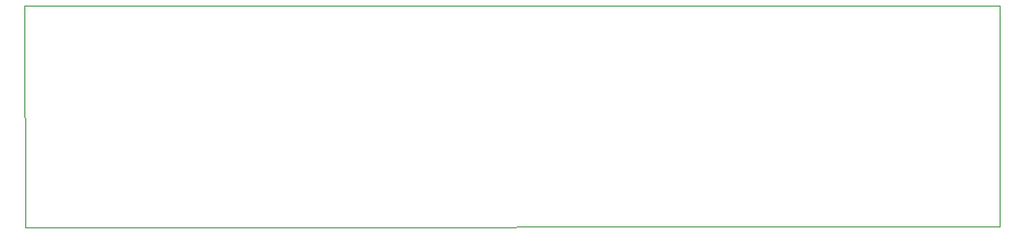
<source format=gbr>
%TF.GenerationSoftware,KiCad,Pcbnew,5.1.10-88a1d61d58~88~ubuntu18.04.1*%
%TF.CreationDate,2021-12-11T14:35:36+07:00*%
%TF.ProjectId,AETINA_AN810_120_PIN_CONNECTOR-EXTENDER,41455449-4e41-45f4-914e-3831305f3132,rev?*%
%TF.SameCoordinates,Original*%
%TF.FileFunction,Profile,NP*%
%FSLAX46Y46*%
G04 Gerber Fmt 4.6, Leading zero omitted, Abs format (unit mm)*
G04 Created by KiCad (PCBNEW 5.1.10-88a1d61d58~88~ubuntu18.04.1) date 2021-12-11 14:35:36*
%MOMM*%
%LPD*%
G01*
G04 APERTURE LIST*
%TA.AperFunction,Profile*%
%ADD10C,0.050000*%
%TD*%
G04 APERTURE END LIST*
D10*
X126830000Y-110020000D02*
X126800000Y-90000000D01*
X214800180Y-109992160D02*
X126830000Y-110020000D01*
X214790020Y-89989660D02*
X214800180Y-109992160D01*
X126800000Y-90000000D02*
X214790020Y-89990000D01*
M02*

</source>
